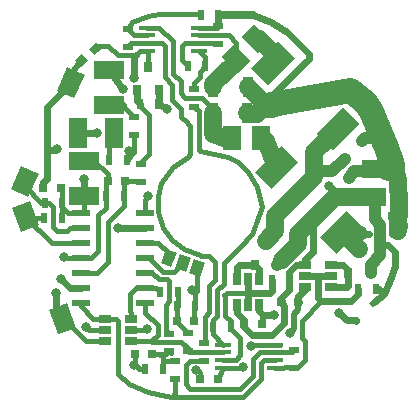
<source format=gtl>
G04 #@! TF.FileFunction,Copper,L1,Top,Signal*
%FSLAX46Y46*%
G04 Gerber Fmt 4.6, Leading zero omitted, Abs format (unit mm)*
G04 Created by KiCad (PCBNEW 4.0.5) date Sat Dec 31 13:00:02 2016*
%MOMM*%
%LPD*%
G01*
G04 APERTURE LIST*
%ADD10C,0.100000*%
%ADD11R,1.450000X0.450000*%
%ADD12R,0.800000X0.900000*%
%ADD13R,0.800000X0.750000*%
%ADD14R,0.900000X0.500000*%
%ADD15R,0.590000X0.450000*%
%ADD16R,1.500000X0.600000*%
%ADD17R,0.900000X1.700000*%
%ADD18R,1.060000X0.650000*%
%ADD19R,0.650000X1.060000*%
%ADD20R,2.600000X1.500000*%
%ADD21R,1.500000X2.600000*%
%ADD22R,0.500000X0.900000*%
%ADD23R,1.500000X2.000000*%
%ADD24R,2.000000X1.500000*%
%ADD25C,0.800000*%
%ADD26C,0.400000*%
%ADD27C,0.700000*%
%ADD28C,1.000000*%
%ADD29C,1.500000*%
%ADD30C,0.600000*%
%ADD31C,0.500000*%
%ADD32C,2.100000*%
G04 APERTURE END LIST*
D10*
D11*
X146790000Y-123315000D03*
X146790000Y-122665000D03*
X146790000Y-122015000D03*
X146790000Y-121365000D03*
X142390000Y-121365000D03*
X142390000Y-122015000D03*
X142390000Y-122665000D03*
X142390000Y-123315000D03*
D10*
G36*
X124513500Y-109783688D02*
X126017008Y-109236456D01*
X126762612Y-111284986D01*
X125259104Y-111832218D01*
X124513500Y-109783688D01*
X124513500Y-109783688D01*
G37*
G36*
X127657388Y-118435014D02*
X129160896Y-117887782D01*
X129906500Y-119936312D01*
X128402992Y-120483544D01*
X127657388Y-118435014D01*
X127657388Y-118435014D01*
G37*
D12*
X135080000Y-99850000D03*
X136980000Y-99850000D03*
X136030000Y-97850000D03*
D13*
X145650000Y-119620000D03*
X144150000Y-119620000D03*
D14*
X148350000Y-123370000D03*
X148350000Y-121870000D03*
D10*
G36*
X153584505Y-119663694D02*
X153266306Y-119345495D01*
X153683499Y-118928302D01*
X154001698Y-119246501D01*
X153584505Y-119663694D01*
X153584505Y-119663694D01*
G37*
G36*
X155076501Y-118171698D02*
X154758302Y-117853499D01*
X155175495Y-117436306D01*
X155493694Y-117754505D01*
X155076501Y-118171698D01*
X155076501Y-118171698D01*
G37*
D15*
X154647000Y-112014000D03*
X156757000Y-112014000D03*
D10*
G36*
X152620505Y-106015694D02*
X152302306Y-105697495D01*
X152719499Y-105280302D01*
X153037698Y-105598501D01*
X152620505Y-106015694D01*
X152620505Y-106015694D01*
G37*
G36*
X154112501Y-104523698D02*
X153794302Y-104205499D01*
X154211495Y-103788306D01*
X154529694Y-104106505D01*
X154112501Y-104523698D01*
X154112501Y-104523698D01*
G37*
D16*
X130340000Y-110230000D03*
X130340000Y-111500000D03*
X130340000Y-112770000D03*
X130340000Y-114040000D03*
X130340000Y-115310000D03*
X130340000Y-116580000D03*
X130340000Y-117850000D03*
X135740000Y-117850000D03*
X135740000Y-116580000D03*
X135740000Y-115310000D03*
X135740000Y-114040000D03*
X135740000Y-112770000D03*
X135740000Y-111500000D03*
X135740000Y-110230000D03*
D12*
X152974000Y-115300000D03*
X154874000Y-115300000D03*
X153924000Y-113300000D03*
X145060000Y-114630000D03*
X146960000Y-114630000D03*
X146010000Y-112630000D03*
D17*
X141530000Y-101770000D03*
X144430000Y-101770000D03*
X141552000Y-99568000D03*
X144452000Y-99568000D03*
D10*
G36*
X125837218Y-108876208D02*
X124387126Y-108200019D01*
X125308434Y-106224268D01*
X126758526Y-106900457D01*
X125837218Y-108876208D01*
X125837218Y-108876208D01*
G37*
G36*
X129731566Y-100535732D02*
X128281474Y-99859543D01*
X129202782Y-97883792D01*
X130652874Y-98559981D01*
X129731566Y-100535732D01*
X129731566Y-100535732D01*
G37*
D18*
X149310000Y-114610000D03*
X149310000Y-115560000D03*
X149310000Y-116510000D03*
X151510000Y-116510000D03*
X151510000Y-114610000D03*
X151510000Y-115560000D03*
D19*
X143530000Y-118060000D03*
X144480000Y-118060000D03*
X145430000Y-118060000D03*
X145430000Y-115860000D03*
X143530000Y-115860000D03*
X144480000Y-115860000D03*
D11*
X140320000Y-96495000D03*
X140320000Y-95845000D03*
X140320000Y-95195000D03*
X140320000Y-94545000D03*
X135920000Y-94545000D03*
X135920000Y-95195000D03*
X135920000Y-95845000D03*
X135920000Y-96495000D03*
D20*
X132760000Y-98110000D03*
X132760000Y-101110000D03*
D21*
X130130000Y-103420000D03*
X133130000Y-103420000D03*
D10*
G36*
X154256194Y-111453452D02*
X151993452Y-113716194D01*
X150579238Y-112301980D01*
X152841980Y-110039238D01*
X154256194Y-111453452D01*
X154256194Y-111453452D01*
G37*
G36*
X148740762Y-105938020D02*
X146478020Y-108200762D01*
X145063806Y-106786548D01*
X147326548Y-104523806D01*
X148740762Y-105938020D01*
X148740762Y-105938020D01*
G37*
G36*
X153948194Y-102663452D02*
X151685452Y-104926194D01*
X150271238Y-103511980D01*
X152533980Y-101249238D01*
X153948194Y-102663452D01*
X153948194Y-102663452D01*
G37*
G36*
X148432762Y-97148020D02*
X146170020Y-99410762D01*
X144755806Y-97996548D01*
X147018548Y-95733806D01*
X148432762Y-97148020D01*
X148432762Y-97148020D01*
G37*
D18*
X134600000Y-121090000D03*
X134600000Y-120140000D03*
X134600000Y-119190000D03*
X132400000Y-119190000D03*
X132400000Y-121090000D03*
X132400000Y-120140000D03*
D20*
X130640000Y-108820000D03*
X130640000Y-105820000D03*
D13*
X155206000Y-110490000D03*
X156706000Y-110490000D03*
X136390000Y-122160000D03*
X134890000Y-122160000D03*
X128660000Y-108110000D03*
X127160000Y-108110000D03*
X132610000Y-107550000D03*
X134110000Y-107550000D03*
X138460000Y-119360000D03*
X139960000Y-119360000D03*
X148760000Y-117800000D03*
X147260000Y-117800000D03*
D10*
G36*
X131609905Y-95793527D02*
X132091996Y-96368061D01*
X131479161Y-96882291D01*
X130997070Y-96307757D01*
X131609905Y-95793527D01*
X131609905Y-95793527D01*
G37*
G36*
X130460839Y-96757709D02*
X130942930Y-97332243D01*
X130330095Y-97846473D01*
X129848004Y-97271939D01*
X130460839Y-96757709D01*
X130460839Y-96757709D01*
G37*
D14*
X137810000Y-120440000D03*
X137810000Y-121940000D03*
D22*
X137260000Y-123400000D03*
X135760000Y-123400000D03*
D14*
X138340000Y-124300000D03*
X138340000Y-122800000D03*
X135470000Y-106080000D03*
X135470000Y-107580000D03*
D22*
X132470000Y-108830000D03*
X133970000Y-108830000D03*
X136860000Y-101010000D03*
X135360000Y-101010000D03*
X137050000Y-116940000D03*
X138550000Y-116940000D03*
X138520000Y-118120000D03*
X140020000Y-118120000D03*
D14*
X139370000Y-121880000D03*
X139370000Y-120380000D03*
X134840000Y-103640000D03*
X134840000Y-102140000D03*
D22*
X134210000Y-105720000D03*
X132710000Y-105720000D03*
X128750000Y-110640000D03*
X127250000Y-110640000D03*
X128770000Y-109400000D03*
X127270000Y-109400000D03*
X140490000Y-93450000D03*
X141990000Y-93450000D03*
D14*
X141990000Y-95920000D03*
X141990000Y-94420000D03*
X134300000Y-96160000D03*
X134300000Y-94660000D03*
D22*
X140890000Y-97780000D03*
X139390000Y-97780000D03*
D14*
X140730000Y-122720000D03*
X140730000Y-121220000D03*
X139940000Y-101250000D03*
X139940000Y-99750000D03*
D22*
X143030000Y-119850000D03*
X141530000Y-119850000D03*
X155340000Y-116690000D03*
X153840000Y-116690000D03*
X147990000Y-115880000D03*
X146490000Y-115880000D03*
D23*
X143170000Y-103910000D03*
X145570000Y-103910000D03*
D10*
G36*
X143638249Y-98405965D02*
X142224035Y-96991751D01*
X143284695Y-95931091D01*
X144698909Y-97345305D01*
X143638249Y-98405965D01*
X143638249Y-98405965D01*
G37*
G36*
X145335305Y-96708909D02*
X143921091Y-95294695D01*
X144981751Y-94234035D01*
X146395965Y-95648249D01*
X145335305Y-96708909D01*
X145335305Y-96708909D01*
G37*
D24*
X155194000Y-106496000D03*
X155194000Y-108896000D03*
D13*
X141960000Y-124280000D03*
X140460000Y-124280000D03*
D10*
G36*
X139927097Y-114152602D02*
X140834088Y-114482720D01*
X140399723Y-115676130D01*
X139492732Y-115346012D01*
X139927097Y-114152602D01*
X139927097Y-114152602D01*
G37*
G36*
X138733687Y-113718236D02*
X139640678Y-114048354D01*
X139206313Y-115241764D01*
X138299322Y-114911646D01*
X138733687Y-113718236D01*
X138733687Y-113718236D01*
G37*
G36*
X137540277Y-113283870D02*
X138447268Y-113613988D01*
X138012903Y-114807398D01*
X137105912Y-114477280D01*
X137540277Y-113283870D01*
X137540277Y-113283870D01*
G37*
D25*
X151384000Y-107950000D03*
X134440000Y-104960000D03*
X153020000Y-107300000D03*
X140060000Y-123560000D03*
X144730000Y-121510000D03*
X128300000Y-104830000D03*
X128240000Y-117040000D03*
X148020000Y-120420000D03*
X146650000Y-118890000D03*
X139750000Y-116750000D03*
X134820000Y-123120000D03*
X136000000Y-108830000D03*
X153680000Y-106650000D03*
X152200000Y-118660000D03*
X137620000Y-101400000D03*
X135940000Y-120090000D03*
X130620000Y-107320000D03*
X128930000Y-113930000D03*
X130790000Y-119860000D03*
X144050000Y-123280000D03*
X134830000Y-98760000D03*
X133480000Y-111460000D03*
X133890000Y-99740000D03*
X131670000Y-103480000D03*
X128670000Y-115860000D03*
D26*
X134840000Y-105090000D02*
X134570000Y-105090000D01*
D27*
X151384000Y-107950000D02*
X151892000Y-108458000D01*
X151892000Y-108458000D02*
X151892000Y-108896000D01*
D26*
X134570000Y-105090000D02*
X134440000Y-104960000D01*
X134840000Y-103640000D02*
X134840000Y-105090000D01*
X134840000Y-105090000D02*
X134210000Y-105720000D01*
X134210000Y-105720000D02*
X134290000Y-105720000D01*
D28*
X146960000Y-114630000D02*
X146970000Y-114630000D01*
X146970000Y-114630000D02*
X147390000Y-114210000D01*
D29*
X149960000Y-110770000D02*
X149960000Y-110780000D01*
X148710000Y-112890000D02*
X147390000Y-114210000D01*
X148710000Y-112030000D02*
X148710000Y-112890000D01*
X149960000Y-110780000D02*
X148710000Y-112030000D01*
D30*
X155340000Y-116690000D02*
X155597473Y-116690000D01*
X155597473Y-116690000D02*
X155974701Y-117067228D01*
X155702000Y-112930000D02*
X156310000Y-112930000D01*
X155974701Y-117067228D02*
X155125998Y-117804002D01*
X156517521Y-115868135D02*
X155974701Y-117067228D01*
X156910000Y-114690000D02*
X156517521Y-115868135D01*
X156910000Y-113530000D02*
X156910000Y-114690000D01*
X156310000Y-112930000D02*
X156910000Y-113530000D01*
X149310000Y-114610000D02*
X149315000Y-114155000D01*
X150020000Y-111270000D02*
X150020000Y-110710000D01*
X150020000Y-110830000D02*
X150020000Y-111270000D01*
X149960000Y-110770000D02*
X150020000Y-110830000D01*
D29*
X151834000Y-108896000D02*
X151892000Y-108896000D01*
X150020000Y-110710000D02*
X151834000Y-108896000D01*
D30*
X149965000Y-113505000D02*
X149960000Y-110770000D01*
X149315000Y-114155000D02*
X149965000Y-113505000D01*
X147260000Y-117800000D02*
X147260000Y-117450000D01*
X147260000Y-117450000D02*
X147990000Y-116720000D01*
X147990000Y-116720000D02*
X147990000Y-115880000D01*
X146490000Y-120600000D02*
X146490000Y-120590000D01*
X146490000Y-120600000D02*
X144870000Y-120600000D01*
X144150000Y-119880000D02*
X144870000Y-120600000D01*
X147560000Y-119520000D02*
X147560000Y-118100000D01*
X146490000Y-120590000D02*
X147560000Y-119520000D01*
X147560000Y-118100000D02*
X147260000Y-117800000D01*
X144150000Y-119880000D02*
X144150000Y-119620000D01*
X143530000Y-118060000D02*
X143530000Y-118690000D01*
X143530000Y-118690000D02*
X144150000Y-119310000D01*
X144150000Y-119310000D02*
X144150000Y-119620000D01*
X147990000Y-115880000D02*
X147990000Y-115200000D01*
X147990000Y-115200000D02*
X148580000Y-114610000D01*
X147350000Y-117710000D02*
X147260000Y-117800000D01*
X149310000Y-114610000D02*
X148580000Y-114610000D01*
D27*
X147314000Y-117746000D02*
X147260000Y-117800000D01*
D29*
X151892000Y-108896000D02*
X152094000Y-108896000D01*
X155194000Y-108896000D02*
X152094000Y-108896000D01*
D28*
X155206000Y-110756000D02*
X155702000Y-111252000D01*
X154874000Y-114620000D02*
X154874000Y-115300000D01*
X155702000Y-113792000D02*
X154874000Y-114620000D01*
X155702000Y-111252000D02*
X155702000Y-112930000D01*
X155702000Y-112930000D02*
X155702000Y-113792000D01*
X155206000Y-110490000D02*
X155206000Y-108908000D01*
X155206000Y-110490000D02*
X155206000Y-110756000D01*
X155206000Y-108908000D02*
X155194000Y-108896000D01*
X153680000Y-106650000D02*
X155040000Y-106650000D01*
X155040000Y-106650000D02*
X155194000Y-106496000D01*
D29*
X156972000Y-106426000D02*
X157226000Y-107442000D01*
X154860000Y-106510000D02*
X156989500Y-106496000D01*
X156972000Y-106478500D02*
X156972000Y-106426000D01*
X156989500Y-106496000D02*
X156972000Y-106478500D01*
X157226000Y-111760000D02*
X157304387Y-109591086D01*
X157304387Y-109591086D02*
X157226000Y-107442000D01*
D26*
X140260000Y-123560000D02*
X140460000Y-123760000D01*
X140060000Y-123560000D02*
X140260000Y-123560000D01*
X140460000Y-123760000D02*
X140460000Y-123820000D01*
X144875000Y-121365000D02*
X144730000Y-121510000D01*
X146790000Y-121365000D02*
X144875000Y-121365000D01*
D30*
X127450000Y-104930000D02*
X128200000Y-104930000D01*
X128200000Y-104930000D02*
X128300000Y-104830000D01*
X127160000Y-108110000D02*
X127160000Y-107620000D01*
X127450000Y-101226936D02*
X129467174Y-99209762D01*
X127450000Y-107330000D02*
X127450000Y-104930000D01*
X127450000Y-104930000D02*
X127450000Y-101226936D01*
X127160000Y-107620000D02*
X127450000Y-107330000D01*
X128240000Y-118210000D02*
X128240000Y-117040000D01*
X128781944Y-118751944D02*
X128240000Y-118210000D01*
X127160000Y-107820000D02*
X127160000Y-108110000D01*
X128781944Y-119185663D02*
X128781944Y-118751944D01*
D31*
X148760000Y-117800000D02*
X148760000Y-118420000D01*
X148360000Y-120080000D02*
X148020000Y-120420000D01*
X148360000Y-118820000D02*
X148360000Y-120080000D01*
X148760000Y-118420000D02*
X148360000Y-118820000D01*
D30*
X145790000Y-118870000D02*
X146650000Y-118890000D01*
X145783814Y-118856082D02*
X145790000Y-118870000D01*
D28*
X153680000Y-106650000D02*
X153454000Y-106650000D01*
X153454000Y-106650000D02*
X153020000Y-107300000D01*
D26*
X140163410Y-114914366D02*
X140163410Y-116876590D01*
X140163410Y-116876590D02*
X140020000Y-117020000D01*
X140020000Y-118120000D02*
X140020000Y-117020000D01*
X140020000Y-117020000D02*
X139750000Y-116750000D01*
X139960000Y-119360000D02*
X139960000Y-118180000D01*
X139960000Y-118180000D02*
X140020000Y-118120000D01*
X135055000Y-123155000D02*
X134665000Y-123155000D01*
X134665000Y-123155000D02*
X134820000Y-123120000D01*
X135760000Y-123400000D02*
X135300000Y-123400000D01*
X134890000Y-122990000D02*
X134890000Y-122160000D01*
X135300000Y-123400000D02*
X135055000Y-123155000D01*
X135055000Y-123155000D02*
X134890000Y-122990000D01*
X140460000Y-124280000D02*
X140460000Y-123760000D01*
X134890000Y-122160000D02*
X134890000Y-122310000D01*
X140460000Y-124190000D02*
X140460000Y-124280000D01*
X132400000Y-121090000D02*
X130780000Y-121090000D01*
X130780000Y-121090000D02*
X128875663Y-119185663D01*
X128875663Y-119185663D02*
X128781944Y-119185663D01*
X135740000Y-110230000D02*
X135740000Y-109090000D01*
X135740000Y-109090000D02*
X136000000Y-108830000D01*
X128781944Y-119185663D02*
X128781944Y-118851944D01*
D31*
X129467174Y-99209762D02*
X129467174Y-98420384D01*
X129467174Y-98420384D02*
X130395467Y-97302091D01*
X129467174Y-99207174D02*
X129467174Y-99209762D01*
D30*
X145430000Y-118060000D02*
X145430000Y-118502268D01*
X145430000Y-118502268D02*
X145783814Y-118856082D01*
D31*
X145783814Y-118856082D02*
X145783814Y-119486186D01*
X145783814Y-119486186D02*
X145650000Y-119620000D01*
D26*
X147165000Y-121365000D02*
X146790000Y-121365000D01*
D30*
X148760000Y-117800000D02*
X148760000Y-117260000D01*
X148760000Y-117260000D02*
X149310000Y-116710000D01*
X149310000Y-116710000D02*
X149310000Y-116510000D01*
D26*
X146790000Y-121365000D02*
X146925000Y-121365000D01*
D30*
X141990000Y-94420000D02*
X141990000Y-93450000D01*
D27*
X144920000Y-93432621D02*
X142007379Y-93432621D01*
D30*
X142007379Y-93432621D02*
X141990000Y-93450000D01*
D26*
X140320000Y-94545000D02*
X141865000Y-94545000D01*
X141865000Y-94545000D02*
X141990000Y-94420000D01*
D30*
X145430000Y-118060000D02*
X145430000Y-118200000D01*
X148670000Y-117710000D02*
X148760000Y-117800000D01*
X148760000Y-117800000D02*
X148850000Y-117800000D01*
X146050000Y-101092000D02*
X146050000Y-100770000D01*
X146410000Y-94080000D02*
X144920000Y-93432621D01*
X144920000Y-93432621D02*
X144960000Y-93450000D01*
X147775947Y-94936435D02*
X146410000Y-94080000D01*
X149650000Y-96780000D02*
X147775947Y-94936435D01*
X149650000Y-97170000D02*
X149650000Y-96780000D01*
X146050000Y-100770000D02*
X149650000Y-97170000D01*
D32*
X153162000Y-99822000D02*
X146050000Y-101092000D01*
X155702000Y-103428800D02*
X154940000Y-101600000D01*
X154940000Y-101600000D02*
X154432000Y-100838000D01*
X154432000Y-100838000D02*
X153162000Y-99822000D01*
X146050000Y-101092000D02*
X146304000Y-101092000D01*
D29*
X144430000Y-101770000D02*
X145214000Y-101854000D01*
X145214000Y-101854000D02*
X145976000Y-101092000D01*
X146304000Y-101092000D02*
X145976000Y-101092000D01*
D32*
X146304000Y-101092000D02*
X146558000Y-101092000D01*
D29*
X145976000Y-101092000D02*
X144452000Y-99568000D01*
D32*
X156324000Y-106426000D02*
X156648000Y-106102000D01*
X156648000Y-106102000D02*
X156210000Y-104648000D01*
D29*
X157302200Y-111226600D02*
X157226000Y-111760000D01*
D27*
X156706000Y-110490000D02*
X157231816Y-110099086D01*
X157231816Y-110099086D02*
X157050387Y-110099086D01*
X157050387Y-110099086D02*
X157226000Y-111760000D01*
X156757000Y-112014000D02*
X157048200Y-111480600D01*
D32*
X156210000Y-104648000D02*
X155702000Y-103428800D01*
D28*
X155892500Y-103886000D02*
X155702000Y-103695500D01*
X155702000Y-103695500D02*
X155702000Y-103378000D01*
X155702000Y-103378000D02*
X155702000Y-103428800D01*
X154161998Y-104156002D02*
X154432000Y-103886000D01*
X154432000Y-103886000D02*
X155892500Y-103886000D01*
D26*
X138340000Y-122800000D02*
X137490000Y-122800000D01*
X137490000Y-122800000D02*
X137260000Y-122570000D01*
X137260000Y-123400000D02*
X137260000Y-122570000D01*
X137260000Y-122570000D02*
X137260000Y-122450000D01*
X137260000Y-122450000D02*
X136970000Y-122160000D01*
X137950000Y-122080000D02*
X137810000Y-121940000D01*
X137200000Y-123460000D02*
X137260000Y-123400000D01*
X136390000Y-122160000D02*
X136970000Y-122160000D01*
X136970000Y-122160000D02*
X137590000Y-122160000D01*
X137590000Y-122160000D02*
X137810000Y-121940000D01*
D30*
X152835998Y-119295998D02*
X153634002Y-119295998D01*
X152200000Y-118660000D02*
X152835998Y-119295998D01*
X136860000Y-101010000D02*
X137576000Y-101318000D01*
X137576000Y-101318000D02*
X137620000Y-101400000D01*
X136980000Y-99850000D02*
X136980000Y-100890000D01*
X136980000Y-100890000D02*
X136860000Y-101010000D01*
X153634002Y-119335998D02*
X153634002Y-119295998D01*
D26*
X135890000Y-120140000D02*
X135940000Y-120090000D01*
X134600000Y-120140000D02*
X135890000Y-120140000D01*
D30*
X130640000Y-108820000D02*
X130640000Y-107340000D01*
X130640000Y-107340000D02*
X130620000Y-107320000D01*
D26*
X130640000Y-108820000D02*
X130580000Y-109990000D01*
X130580000Y-109990000D02*
X130340000Y-110230000D01*
X130340000Y-110230000D02*
X129240000Y-110230000D01*
X129240000Y-110230000D02*
X128750000Y-109740000D01*
X128750000Y-109740000D02*
X128770000Y-109400000D01*
X128770000Y-109400000D02*
X128770000Y-108220000D01*
X128770000Y-108220000D02*
X128660000Y-108110000D01*
X128750000Y-110640000D02*
X128750000Y-109420000D01*
X128750000Y-109420000D02*
X128770000Y-109400000D01*
X128760000Y-110630000D02*
X128750000Y-110640000D01*
D31*
X130640000Y-108820000D02*
X130170000Y-108820000D01*
X128700000Y-108150000D02*
X128660000Y-108110000D01*
X128750000Y-110640000D02*
X128750000Y-110560000D01*
X128660000Y-108060000D02*
X128660000Y-108110000D01*
X136860000Y-101010000D02*
X136860000Y-100790000D01*
D26*
X132400000Y-120140000D02*
X131070000Y-120140000D01*
X129030000Y-114030000D02*
X130340000Y-114040000D01*
X128930000Y-113930000D02*
X129030000Y-114030000D01*
X131070000Y-120140000D02*
X130790000Y-119860000D01*
X130640000Y-105820000D02*
X131470000Y-105820000D01*
X131470000Y-105820000D02*
X132610000Y-106960000D01*
X132610000Y-106960000D02*
X132610000Y-107550000D01*
X131000000Y-106180000D02*
X130640000Y-105820000D01*
X132470000Y-108830000D02*
X132470000Y-107690000D01*
X132470000Y-107690000D02*
X132610000Y-107550000D01*
X130340000Y-114040000D02*
X131220000Y-114040000D01*
X132480000Y-109770000D02*
X132470000Y-108830000D01*
X131820000Y-110430000D02*
X132480000Y-109770000D01*
X131820000Y-113440000D02*
X131820000Y-110430000D01*
X131220000Y-114040000D02*
X131820000Y-113440000D01*
X130640000Y-105820000D02*
X131360000Y-105820000D01*
X130980000Y-114040000D02*
X130340000Y-114040000D01*
X130340000Y-114040000D02*
X131020000Y-114040000D01*
D31*
X130640000Y-105820000D02*
X129780000Y-105820000D01*
D26*
X130340000Y-115310000D02*
X131740000Y-115310000D01*
X133970000Y-109650000D02*
X133970000Y-108830000D01*
X132630000Y-110990000D02*
X133970000Y-109650000D01*
X132630000Y-114420000D02*
X132630000Y-110990000D01*
X131740000Y-115310000D02*
X132630000Y-114420000D01*
X134110000Y-107550000D02*
X135440000Y-107550000D01*
X135440000Y-107550000D02*
X135470000Y-107580000D01*
X133970000Y-108830000D02*
X133970000Y-107690000D01*
X133970000Y-107690000D02*
X134110000Y-107550000D01*
X138460000Y-119360000D02*
X138460000Y-119450000D01*
X138460000Y-119450000D02*
X139370000Y-120360000D01*
X139370000Y-120360000D02*
X139370000Y-120380000D01*
X138520000Y-118120000D02*
X138520000Y-119300000D01*
X138520000Y-119300000D02*
X138460000Y-119360000D01*
X138560000Y-118080000D02*
X138520000Y-118120000D01*
X139370000Y-120380000D02*
X139390000Y-120380000D01*
X138550000Y-116940000D02*
X138560000Y-118080000D01*
X144015000Y-123315000D02*
X144050000Y-123280000D01*
X142390000Y-123315000D02*
X144015000Y-123315000D01*
D30*
X134830000Y-98760000D02*
X134830000Y-97050000D01*
X134830000Y-97050000D02*
X135000000Y-96880000D01*
X134830000Y-98670000D02*
X134830000Y-98760000D01*
X134850000Y-98650000D02*
X134830000Y-98670000D01*
D26*
X141960000Y-124280000D02*
X142400000Y-123325000D01*
X142400000Y-123325000D02*
X142390000Y-123315000D01*
X135920000Y-96495000D02*
X135355000Y-96495000D01*
X135355000Y-96495000D02*
X135000000Y-96880000D01*
X132670000Y-96080000D02*
X131802442Y-96080000D01*
X135000000Y-96880000D02*
X133470000Y-96880000D01*
X133470000Y-96880000D02*
X132670000Y-96080000D01*
X131802442Y-96080000D02*
X131544533Y-96337909D01*
X136030000Y-97850000D02*
X136030000Y-96605000D01*
X136030000Y-96605000D02*
X135920000Y-96495000D01*
X131544533Y-96337909D02*
X131544533Y-96374533D01*
D29*
X152501716Y-111877716D02*
X153924000Y-113300000D01*
D30*
X154647000Y-112014000D02*
X154178000Y-112014000D01*
D28*
X154178000Y-112014000D02*
X154041716Y-111877716D01*
X154041716Y-111877716D02*
X152417716Y-111877716D01*
D30*
X154647000Y-112014000D02*
X154701998Y-112014000D01*
D29*
X152417716Y-111877716D02*
X152501716Y-111877716D01*
X152417716Y-111877716D02*
X152536284Y-111877716D01*
D28*
X152670002Y-105647998D02*
X151638000Y-106680000D01*
X150622000Y-106680000D02*
X150114000Y-107188000D01*
X151638000Y-106680000D02*
X150622000Y-106680000D01*
D29*
X146010000Y-112630000D02*
X146010000Y-112562000D01*
X146010000Y-112562000D02*
X146812000Y-111760000D01*
X146812000Y-111760000D02*
X146812000Y-110490000D01*
X146812000Y-110490000D02*
X150114000Y-107188000D01*
X150114000Y-107188000D02*
X150114000Y-105083432D01*
X150114000Y-105083432D02*
X152109716Y-103087716D01*
X151384000Y-103813432D02*
X152109716Y-103087716D01*
D26*
X127270000Y-109400000D02*
X127000000Y-109400000D01*
X127000000Y-109400000D02*
X125572826Y-107972826D01*
X125572826Y-107972826D02*
X125572826Y-107550238D01*
X130340000Y-111500000D02*
X129410000Y-111500000D01*
X127620000Y-109400000D02*
X127270000Y-109400000D01*
X127980000Y-109760000D02*
X127620000Y-109400000D01*
X127980000Y-111380000D02*
X127980000Y-109760000D01*
X128340000Y-111740000D02*
X127980000Y-111380000D01*
X129170000Y-111740000D02*
X128340000Y-111740000D01*
X129410000Y-111500000D02*
X129170000Y-111740000D01*
X127250000Y-110640000D02*
X125743719Y-110640000D01*
X125743719Y-110640000D02*
X125638056Y-110534337D01*
X130340000Y-112770000D02*
X127873719Y-112770000D01*
X127873719Y-112770000D02*
X125638056Y-110534337D01*
X138340000Y-124300000D02*
X138340000Y-125500000D01*
X138340000Y-125500000D02*
X138062151Y-125777849D01*
X145080000Y-124820000D02*
X144100000Y-125800000D01*
X145845000Y-122665000D02*
X145610000Y-122900000D01*
X145610000Y-122900000D02*
X145610000Y-124290000D01*
X145610000Y-124290000D02*
X145080000Y-124820000D01*
X146790000Y-122665000D02*
X145845000Y-122665000D01*
X133280000Y-119190000D02*
X133500000Y-119410000D01*
X133500000Y-119410000D02*
X133510000Y-123850000D01*
X133510000Y-123850000D02*
X134410000Y-124750000D01*
X134410000Y-124750000D02*
X135470000Y-125150000D01*
X135470000Y-125150000D02*
X136042998Y-125377223D01*
X133280000Y-119190000D02*
X132400000Y-119190000D01*
X136042998Y-125377223D02*
X136042998Y-125377223D01*
X137554396Y-125743543D02*
X136042998Y-125377223D01*
X138390000Y-125800000D02*
X138062151Y-125777849D01*
X138062151Y-125777849D02*
X137554396Y-125743543D01*
X144100000Y-125800000D02*
X139310000Y-125800000D01*
X139310000Y-125800000D02*
X138390000Y-125800000D01*
X132400000Y-119190000D02*
X131400000Y-119190000D01*
X131400000Y-119190000D02*
X130340000Y-118130000D01*
X130340000Y-118130000D02*
X130340000Y-117850000D01*
X135740000Y-116580000D02*
X136690000Y-116580000D01*
X136690000Y-116580000D02*
X137050000Y-116940000D01*
X134600000Y-119190000D02*
X134600000Y-118690000D01*
X134460000Y-117120000D02*
X135000000Y-116580000D01*
X134460000Y-118550000D02*
X134460000Y-117120000D01*
X134600000Y-118690000D02*
X134460000Y-118550000D01*
X135000000Y-116580000D02*
X135740000Y-116580000D01*
X134600000Y-119190000D02*
X134600000Y-119070000D01*
X135130000Y-116580000D02*
X135740000Y-116580000D01*
X137820000Y-116030000D02*
X137820000Y-117700000D01*
X137540000Y-117980000D02*
X137540000Y-119530000D01*
X137820000Y-117700000D02*
X137540000Y-117980000D01*
X135740000Y-115310000D02*
X136380000Y-115310000D01*
X136380000Y-115310000D02*
X136920000Y-115850000D01*
X136920000Y-115850000D02*
X137640000Y-115850000D01*
X137640000Y-115850000D02*
X137820000Y-116030000D01*
X137820000Y-116030000D02*
X137780000Y-115990000D01*
X137540000Y-120170000D02*
X137810000Y-120440000D01*
X137540000Y-119530000D02*
X137540000Y-120170000D01*
X135360000Y-101010000D02*
X135360000Y-101150000D01*
X135360000Y-101150000D02*
X136140000Y-101930000D01*
X135470000Y-105890000D02*
X136140000Y-105220000D01*
X136140000Y-101930000D02*
X136140000Y-105220000D01*
D30*
X135080000Y-99850000D02*
X135080000Y-100730000D01*
X135080000Y-100730000D02*
X135360000Y-101010000D01*
D26*
X135470000Y-106080000D02*
X135470000Y-105890000D01*
D30*
X151510000Y-114610000D02*
X152530000Y-114610000D01*
X152530000Y-114610000D02*
X152974000Y-115054000D01*
X152974000Y-115054000D02*
X152974000Y-115300000D01*
X151510000Y-116510000D02*
X152870000Y-116510000D01*
X152974000Y-116406000D02*
X152974000Y-115300000D01*
X152870000Y-116510000D02*
X152974000Y-116406000D01*
X145430000Y-115860000D02*
X145430000Y-115000000D01*
X145430000Y-115000000D02*
X145060000Y-114630000D01*
X143530000Y-115860000D02*
X143530000Y-114810000D01*
X143710000Y-114630000D02*
X145060000Y-114630000D01*
X143530000Y-114810000D02*
X143710000Y-114630000D01*
D26*
X139370000Y-121880000D02*
X139370000Y-121680000D01*
X139370000Y-121680000D02*
X138860000Y-121170000D01*
X136380000Y-121170000D02*
X136300000Y-121090000D01*
X138860000Y-121170000D02*
X136380000Y-121170000D01*
X134600000Y-121090000D02*
X136300000Y-121090000D01*
X135740000Y-118660000D02*
X135740000Y-117850000D01*
X136830000Y-119750000D02*
X135740000Y-118660000D01*
X136830000Y-120560000D02*
X136830000Y-119750000D01*
X136300000Y-121090000D02*
X136830000Y-120560000D01*
X142390000Y-122015000D02*
X141395000Y-122015000D01*
X141350000Y-121970000D02*
X139460000Y-121970000D01*
X141395000Y-122015000D02*
X141350000Y-121970000D01*
X139460000Y-121970000D02*
X139370000Y-121880000D01*
X139405000Y-121915000D02*
X139370000Y-121880000D01*
X135670000Y-117920000D02*
X135740000Y-117850000D01*
X135920000Y-94545000D02*
X136995000Y-94545000D01*
X140560000Y-100490000D02*
X141530000Y-101398000D01*
X139190000Y-100490000D02*
X140560000Y-100490000D01*
X138790000Y-100090000D02*
X139190000Y-100490000D01*
X138790000Y-99050000D02*
X138790000Y-100090000D01*
X138160000Y-98420000D02*
X138790000Y-99050000D01*
X138160000Y-95710000D02*
X138160000Y-98420000D01*
X136995000Y-94545000D02*
X138160000Y-95710000D01*
X141530000Y-101398000D02*
X141530000Y-101770000D01*
D29*
X141530000Y-101770000D02*
X141552000Y-103558000D01*
X141552000Y-103558000D02*
X142486000Y-103910000D01*
X142486000Y-103910000D02*
X143170000Y-103910000D01*
D26*
X140320000Y-95195000D02*
X142845000Y-95195000D01*
X143461472Y-95811472D02*
X143461472Y-97168528D01*
X142845000Y-95195000D02*
X143461472Y-95811472D01*
D29*
X141552000Y-99568000D02*
X141552000Y-99318000D01*
X141552000Y-99318000D02*
X143461472Y-97408528D01*
X143461472Y-97408528D02*
X143461472Y-97168528D01*
D26*
X135920000Y-95195000D02*
X134835000Y-95195000D01*
X134835000Y-95195000D02*
X134300000Y-94660000D01*
X134300000Y-94660000D02*
X134300000Y-94620000D01*
X134300000Y-94620000D02*
X134670000Y-94060000D01*
X134670000Y-94060000D02*
X136020000Y-93580000D01*
X136020000Y-93580000D02*
X136960000Y-93350000D01*
X136960000Y-93350000D02*
X140130000Y-93350000D01*
X140130000Y-93350000D02*
X140490000Y-93450000D01*
X140320000Y-95845000D02*
X139155000Y-95845000D01*
X138900000Y-97290000D02*
X139390000Y-97780000D01*
X138900000Y-96100000D02*
X138900000Y-97290000D01*
X139155000Y-95845000D02*
X138900000Y-96100000D01*
X140320000Y-95845000D02*
X141915000Y-95845000D01*
X141915000Y-95845000D02*
X141990000Y-95920000D01*
X135920000Y-95845000D02*
X137205000Y-95845000D01*
X135920000Y-95845000D02*
X134615000Y-95845000D01*
X134615000Y-95845000D02*
X134300000Y-96160000D01*
X141200000Y-113870000D02*
X140487895Y-113870000D01*
X141710000Y-114380000D02*
X141200000Y-113870000D01*
X141710000Y-115910000D02*
X141710000Y-114380000D01*
X141180000Y-116440000D02*
X141710000Y-115910000D01*
X141180000Y-118650000D02*
X141180000Y-116440000D01*
X137300000Y-111470000D02*
X138050000Y-112520000D01*
X138050000Y-112520000D02*
X139110000Y-113320000D01*
X139110000Y-113320000D02*
X140410000Y-113790000D01*
X140410000Y-113790000D02*
X140487895Y-113870000D01*
X136860000Y-108810000D02*
X136900000Y-110170000D01*
X136900000Y-110170000D02*
X137300000Y-111470000D01*
X139370000Y-105460000D02*
X138180000Y-106340000D01*
X138180000Y-106340000D02*
X137140000Y-107670000D01*
X137140000Y-107670000D02*
X136860000Y-108810000D01*
X140825574Y-119004426D02*
X141180000Y-118650000D01*
X140825574Y-120440000D02*
X140825574Y-119004426D01*
X139230000Y-102470000D02*
X139240000Y-102470000D01*
X139240000Y-102470000D02*
X139600000Y-102830000D01*
X139600000Y-102830000D02*
X139600000Y-105230000D01*
X139600000Y-105230000D02*
X139370000Y-105460000D01*
X137205000Y-95845000D02*
X137460000Y-96100000D01*
X137460000Y-96100000D02*
X137460000Y-98750000D01*
X137460000Y-98750000D02*
X138070000Y-99360000D01*
X138070000Y-99360000D02*
X138070000Y-100630000D01*
X138070000Y-100630000D02*
X138830000Y-101390000D01*
X138830000Y-101390000D02*
X138830000Y-102070000D01*
X138830000Y-102070000D02*
X139230000Y-102470000D01*
X140825574Y-120440000D02*
X140825574Y-121124426D01*
X140825574Y-121124426D02*
X140730000Y-121220000D01*
X140825574Y-120440000D02*
X140825702Y-120484298D01*
X140825702Y-120484298D02*
X140820000Y-120490000D01*
X139940000Y-99750000D02*
X139940000Y-99200000D01*
X140410000Y-98260000D02*
X140890000Y-97780000D01*
X140410000Y-98730000D02*
X140410000Y-98260000D01*
X139940000Y-99200000D02*
X140410000Y-98730000D01*
X140320000Y-96495000D02*
X140325000Y-96495000D01*
X140325000Y-96495000D02*
X140890000Y-97060000D01*
X140890000Y-97060000D02*
X140890000Y-97780000D01*
X139620000Y-122720000D02*
X140730000Y-122720000D01*
X139240000Y-123100000D02*
X139620000Y-122720000D01*
X139240000Y-124730000D02*
X139240000Y-123100000D01*
X139620000Y-125110000D02*
X139240000Y-124730000D01*
X139870000Y-125110000D02*
X139620000Y-125110000D01*
X144890000Y-124010000D02*
X144890000Y-123730000D01*
X143790000Y-125110000D02*
X144890000Y-124010000D01*
X142880000Y-125110000D02*
X143790000Y-125110000D01*
X141450000Y-125110000D02*
X139870000Y-125110000D01*
X145465000Y-122015000D02*
X144890000Y-122590000D01*
X144890000Y-122590000D02*
X144890000Y-123730000D01*
X146790000Y-122015000D02*
X145465000Y-122015000D01*
X142880000Y-125110000D02*
X141450000Y-125110000D01*
X141450000Y-125110000D02*
X141260000Y-125110000D01*
X140700000Y-122750000D02*
X140730000Y-122720000D01*
X146790000Y-122015000D02*
X148235000Y-121985000D01*
X148235000Y-121985000D02*
X148350000Y-121870000D01*
X141530000Y-119850000D02*
X141530000Y-120505000D01*
X141530000Y-120505000D02*
X142390000Y-121365000D01*
X141530000Y-119850000D02*
X141530000Y-119304998D01*
X143790000Y-113070000D02*
X144810000Y-112030000D01*
X144810000Y-112030000D02*
X145710000Y-109750000D01*
X145710000Y-109750000D02*
X145290000Y-108070000D01*
X145290000Y-108070000D02*
X144500000Y-106720000D01*
X144500000Y-106720000D02*
X143640000Y-105908864D01*
X142420000Y-114440000D02*
X143790000Y-113070000D01*
X142420000Y-116200000D02*
X142420000Y-114440000D01*
X141870000Y-116750000D02*
X142420000Y-116200000D01*
X141870000Y-118964998D02*
X141870000Y-116750000D01*
X141530000Y-119304998D02*
X141870000Y-118964998D01*
X140420000Y-104950000D02*
X140400000Y-104950000D01*
X140310000Y-101620000D02*
X139940000Y-101250000D01*
X140310000Y-104860000D02*
X140310000Y-101620000D01*
X140400000Y-104950000D02*
X140310000Y-104860000D01*
X143640000Y-105908864D02*
X142830000Y-105480000D01*
X142830000Y-105480000D02*
X141590000Y-105200000D01*
X141590000Y-105200000D02*
X140420000Y-104950000D01*
X140420000Y-104950000D02*
X140420000Y-104950000D01*
X143640000Y-105908864D02*
X143620000Y-105890000D01*
X148350000Y-123370000D02*
X148610000Y-123370000D01*
X148610000Y-123370000D02*
X149320000Y-122660000D01*
X150670000Y-117720000D02*
X150670000Y-117700000D01*
X149050000Y-119340000D02*
X150670000Y-117720000D01*
X149050000Y-120840000D02*
X149050000Y-119340000D01*
X149320000Y-121110000D02*
X149050000Y-120840000D01*
X149320000Y-122660000D02*
X149320000Y-121110000D01*
X146790000Y-123315000D02*
X148265000Y-123285000D01*
X148265000Y-123285000D02*
X148350000Y-123370000D01*
D30*
X153840000Y-116690000D02*
X153840000Y-117100000D01*
X153840000Y-117100000D02*
X153240000Y-117700000D01*
X153240000Y-117700000D02*
X150670000Y-117700000D01*
X150670000Y-117700000D02*
X150430000Y-117460000D01*
X150430000Y-117460000D02*
X150430000Y-115560000D01*
X150430000Y-115560000D02*
X150430000Y-115730000D01*
X150430000Y-115730000D02*
X150430000Y-115560000D01*
D26*
X148325000Y-123395000D02*
X148350000Y-123370000D01*
D30*
X149310000Y-115560000D02*
X150070000Y-115560000D01*
X150070000Y-115560000D02*
X150430000Y-115560000D01*
X150430000Y-115560000D02*
X151510000Y-115560000D01*
D26*
X142390000Y-122665000D02*
X143455000Y-122665000D01*
X143840000Y-120840000D02*
X143030000Y-120030000D01*
X143840000Y-122280000D02*
X143840000Y-120840000D01*
X143455000Y-122665000D02*
X143840000Y-122280000D01*
X143030000Y-120030000D02*
X143030000Y-119850000D01*
X142535000Y-117135000D02*
X142535000Y-118915000D01*
X142535000Y-118915000D02*
X143030000Y-119410000D01*
X143030000Y-119410000D02*
X143030000Y-119850000D01*
X142700000Y-116970000D02*
X144480000Y-116970000D01*
X142500000Y-117170000D02*
X142535000Y-117135000D01*
X142535000Y-117135000D02*
X142700000Y-116970000D01*
X142955000Y-119775000D02*
X143030000Y-119850000D01*
D30*
X144480000Y-116970000D02*
X144480000Y-116950000D01*
X146490000Y-115880000D02*
X146490000Y-116860000D01*
X146380000Y-116970000D02*
X144480000Y-116970000D01*
X146490000Y-116860000D02*
X146380000Y-116970000D01*
X144480000Y-116950000D02*
X144480000Y-118060000D01*
X144480000Y-115860000D02*
X144480000Y-116950000D01*
X133520000Y-111500000D02*
X133480000Y-111460000D01*
X133520000Y-111500000D02*
X135740000Y-111500000D01*
X133740000Y-99590000D02*
X132760000Y-98110000D01*
X133890000Y-99740000D02*
X133740000Y-99590000D01*
D26*
X134840000Y-102140000D02*
X134840000Y-102100000D01*
X134840000Y-102100000D02*
X133850000Y-101110000D01*
X133850000Y-101110000D02*
X132760000Y-101110000D01*
D30*
X132760000Y-101110000D02*
X133910000Y-101110000D01*
X130340000Y-116580000D02*
X129390000Y-116580000D01*
X131540000Y-103430000D02*
X130130000Y-103420000D01*
X131670000Y-103480000D02*
X131540000Y-103430000D01*
X129390000Y-116580000D02*
X128670000Y-115860000D01*
D26*
X132710000Y-105720000D02*
X132710000Y-103840000D01*
X132710000Y-103840000D02*
X133130000Y-103420000D01*
D29*
X145570000Y-103910000D02*
X146050000Y-104170000D01*
X146050000Y-104170000D02*
X146430000Y-105240000D01*
X146430000Y-105240000D02*
X146902284Y-106362284D01*
X145158528Y-95471472D02*
X145421472Y-95471472D01*
X145421472Y-95471472D02*
X146594284Y-96644284D01*
X146594284Y-96644284D02*
X146594284Y-97572284D01*
D26*
X135740000Y-114040000D02*
X136090000Y-114040000D01*
X136090000Y-114040000D02*
X137270000Y-115220000D01*
X138230000Y-115220000D02*
X138970000Y-114480000D01*
X137270000Y-115220000D02*
X138230000Y-115220000D01*
X135740000Y-114040000D02*
X136150000Y-114040000D01*
X137776590Y-114045634D02*
X137776590Y-113656590D01*
X137776590Y-113656590D02*
X136890000Y-112770000D01*
X136890000Y-112770000D02*
X135740000Y-112770000D01*
M02*

</source>
